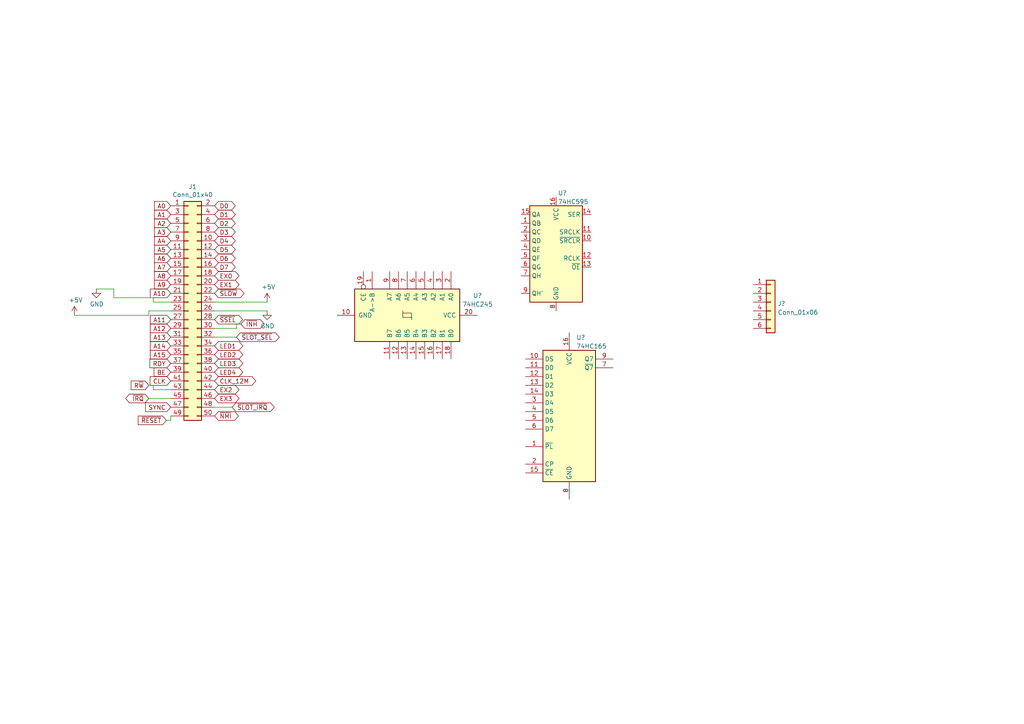
<source format=kicad_sch>
(kicad_sch (version 20211123) (generator eeschema)
  (paper "A4")
  (lib_symbols
    (symbol "74xx:74HC165"
      (property "Reference" "U" (at -7.62 19.05 0))
      (property "Value" "74HC165" (at -7.62 -21.59 0))
      (symbol "74HC165_1_0"
        (pin input line (at -12.7 -10.16 0) (length 5.08) (name "~{PL}") (number "1"))
        (pin input line (at -12.7 15.24 0) (length 5.08) (name "DS") (number "10"))
        (pin input line (at -12.7 12.7 0) (length 5.08) (name "D0") (number "11"))
        (pin input line (at -12.7 10.16 0) (length 5.08) (name "D1") (number "12"))
        (pin input line (at -12.7 7.62 0) (length 5.08) (name "D2") (number "13"))
        (pin input line (at -12.7 5.08 0) (length 5.08) (name "D3") (number "14"))
        (pin input line (at -12.7 -17.78 0) (length 5.08) (name "~{CE}") (number "15"))
        (pin power_in line (at 0 22.86 270) (length 5.08) (name "VCC") (number "16"))
        (pin input line (at -12.7 -15.24 0) (length 5.08) (name "CP") (number "2"))
        (pin input line (at -12.7 2.54 0) (length 5.08) (name "D4") (number "3"))
        (pin input line (at -12.7 0 0) (length 5.08) (name "D5") (number "4"))
        (pin input line (at -12.7 -2.54 0) (length 5.08) (name "D6") (number "5"))
        (pin input line (at -12.7 -5.08 0) (length 5.08) (name "D7") (number "6"))
        (pin output line (at 12.7 12.7 180) (length 5.08) (name "~{Q7}") (number "7"))
        (pin power_in line (at 0 -25.4 90) (length 5.08) (name "GND") (number "8"))
        (pin output line (at 12.7 15.24 180) (length 5.08) (name "Q7") (number "9"))
      )
      (symbol "74HC165_1_1"
        (rectangle (start -7.62 17.78) (end 7.62 -20.32) (stroke (width 0.254)) (fill (type background)))
      )
    )
    (symbol "74xx:74HC245" (pin_names (offset 1.016))
      (property "Reference" "U" (at -7.62 16.51 0))
      (property "Value" "74HC245" (at -7.62 -16.51 0))
      (symbol "74HC245_1_0"
        (polyline (pts (xy -0.635 -1.27) (xy -0.635 1.27) (xy 0.635 1.27)))
        (polyline (pts (xy -1.27 -1.27) (xy 0.635 -1.27) (xy 0.635 1.27) (xy 1.27 1.27)))
        (pin input line (at -12.7 -10.16 0) (length 5.08) (name "A->B") (number "1"))
        (pin power_in line (at 0 -20.32 90) (length 5.08) (name "GND") (number "10"))
        (pin tri_state line (at 12.7 -5.08 180) (length 5.08) (name "B7") (number "11"))
        (pin tri_state line (at 12.7 -2.54 180) (length 5.08) (name "B6") (number "12"))
        (pin tri_state line (at 12.7 0 180) (length 5.08) (name "B5") (number "13"))
        (pin tri_state line (at 12.7 2.54 180) (length 5.08) (name "B4") (number "14"))
        (pin tri_state line (at 12.7 5.08 180) (length 5.08) (name "B3") (number "15"))
        (pin tri_state line (at 12.7 7.62 180) (length 5.08) (name "B2") (number "16"))
        (pin tri_state line (at 12.7 10.16 180) (length 5.08) (name "B1") (number "17"))
        (pin tri_state line (at 12.7 12.7 180) (length 5.08) (name "B0") (number "18"))
        (pin input inverted (at -12.7 -12.7 0) (length 5.08) (name "CE") (number "19"))
        (pin tri_state line (at -12.7 12.7 0) (length 5.08) (name "A0") (number "2"))
        (pin power_in line (at 0 20.32 270) (length 5.08) (name "VCC") (number "20"))
        (pin tri_state line (at -12.7 10.16 0) (length 5.08) (name "A1") (number "3"))
        (pin tri_state line (at -12.7 7.62 0) (length 5.08) (name "A2") (number "4"))
        (pin tri_state line (at -12.7 5.08 0) (length 5.08) (name "A3") (number "5"))
        (pin tri_state line (at -12.7 2.54 0) (length 5.08) (name "A4") (number "6"))
        (pin tri_state line (at -12.7 0 0) (length 5.08) (name "A5") (number "7"))
        (pin tri_state line (at -12.7 -2.54 0) (length 5.08) (name "A6") (number "8"))
        (pin tri_state line (at -12.7 -5.08 0) (length 5.08) (name "A7") (number "9"))
      )
      (symbol "74HC245_1_1"
        (rectangle (start -7.62 15.24) (end 7.62 -15.24) (stroke (width 0.254)) (fill (type background)))
      )
    )
    (symbol "74xx:74HC595"
      (property "Reference" "U" (at -7.62 13.97 0))
      (property "Value" "74HC595" (at -7.62 -16.51 0))
      (symbol "74HC595_1_0"
        (pin tri_state line (at 10.16 7.62 180) (length 2.54) (name "QB") (number "1"))
        (pin input line (at -10.16 2.54 0) (length 2.54) (name "~{SRCLR}") (number "10"))
        (pin input line (at -10.16 5.08 0) (length 2.54) (name "SRCLK") (number "11"))
        (pin input line (at -10.16 -2.54 0) (length 2.54) (name "RCLK") (number "12"))
        (pin input line (at -10.16 -5.08 0) (length 2.54) (name "~{OE}") (number "13"))
        (pin input line (at -10.16 10.16 0) (length 2.54) (name "SER") (number "14"))
        (pin tri_state line (at 10.16 10.16 180) (length 2.54) (name "QA") (number "15"))
        (pin power_in line (at 0 15.24 270) (length 2.54) (name "VCC") (number "16"))
        (pin tri_state line (at 10.16 5.08 180) (length 2.54) (name "QC") (number "2"))
        (pin tri_state line (at 10.16 2.54 180) (length 2.54) (name "QD") (number "3"))
        (pin tri_state line (at 10.16 0 180) (length 2.54) (name "QE") (number "4"))
        (pin tri_state line (at 10.16 -2.54 180) (length 2.54) (name "QF") (number "5"))
        (pin tri_state line (at 10.16 -5.08 180) (length 2.54) (name "QG") (number "6"))
        (pin tri_state line (at 10.16 -7.62 180) (length 2.54) (name "QH") (number "7"))
        (pin power_in line (at 0 -17.78 90) (length 2.54) (name "GND") (number "8"))
        (pin output line (at 10.16 -12.7 180) (length 2.54) (name "QH'") (number "9"))
      )
      (symbol "74HC595_1_1"
        (rectangle (start -7.62 12.7) (end 7.62 -15.24) (stroke (width 0.254)) (fill (type background)))
      )
    )
    (symbol "Connector_Generic:Conn_01x06" (pin_names (offset 1.016) hide)
      (property "Reference" "J" (at 0 7.62 0))
      (property "Value" "Conn_01x06" (at 0 -10.16 0))
      (symbol "Conn_01x06_1_1"
        (rectangle (start -1.27 -7.493) (end 0 -7.747) (stroke (width 0.1524)))
        (rectangle (start -1.27 -4.953) (end 0 -5.207) (stroke (width 0.1524)))
        (rectangle (start -1.27 -2.413) (end 0 -2.667) (stroke (width 0.1524)))
        (rectangle (start -1.27 0.127) (end 0 -0.127) (stroke (width 0.1524)))
        (rectangle (start -1.27 2.667) (end 0 2.413) (stroke (width 0.1524)))
        (rectangle (start -1.27 5.207) (end 0 4.953) (stroke (width 0.1524)))
        (rectangle (start -1.27 6.35) (end 1.27 -8.89) (stroke (width 0.254)) (fill (type background)))
        (pin passive line (at -5.08 5.08 0) (length 3.81) (name "Pin_1") (number "1"))
        (pin passive line (at -5.08 2.54 0) (length 3.81) (name "Pin_2") (number "2"))
        (pin passive line (at -5.08 0 0) (length 3.81) (name "Pin_3") (number "3"))
        (pin passive line (at -5.08 -2.54 0) (length 3.81) (name "Pin_4") (number "4"))
        (pin passive line (at -5.08 -5.08 0) (length 3.81) (name "Pin_5") (number "5"))
        (pin passive line (at -5.08 -7.62 0) (length 3.81) (name "Pin_6") (number "6"))
      )
    )
    (symbol "Connector_Generic:Conn_02x25_Odd_Even" (pin_names (offset 1.016) hide)
      (property "Reference" "J" (at 1.27 33.02 0))
      (property "Value" "Conn_02x25_Odd_Even" (at 1.27 -33.02 0))
      (symbol "Conn_02x25_Odd_Even_1_1"
        (rectangle (start -1.27 -30.353) (end 0 -30.607) (stroke (width 0.1524)))
        (rectangle (start -1.27 -27.813) (end 0 -28.067) (stroke (width 0.1524)))
        (rectangle (start -1.27 -25.273) (end 0 -25.527) (stroke (width 0.1524)))
        (rectangle (start -1.27 -22.733) (end 0 -22.987) (stroke (width 0.1524)))
        (rectangle (start -1.27 -20.193) (end 0 -20.447) (stroke (width 0.1524)))
        (rectangle (start -1.27 -17.653) (end 0 -17.907) (stroke (width 0.1524)))
        (rectangle (start -1.27 -15.113) (end 0 -15.367) (stroke (width 0.1524)))
        (rectangle (start -1.27 -12.573) (end 0 -12.827) (stroke (width 0.1524)))
        (rectangle (start -1.27 -10.033) (end 0 -10.287) (stroke (width 0.1524)))
        (rectangle (start -1.27 -7.493) (end 0 -7.747) (stroke (width 0.1524)))
        (rectangle (start -1.27 -4.953) (end 0 -5.207) (stroke (width 0.1524)))
        (rectangle (start -1.27 -2.413) (end 0 -2.667) (stroke (width 0.1524)))
        (rectangle (start -1.27 0.127) (end 0 -0.127) (stroke (width 0.1524)))
        (rectangle (start -1.27 2.667) (end 0 2.413) (stroke (width 0.1524)))
        (rectangle (start -1.27 5.207) (end 0 4.953) (stroke (width 0.1524)))
        (rectangle (start -1.27 7.747) (end 0 7.493) (stroke (width 0.1524)))
        (rectangle (start -1.27 10.287) (end 0 10.033) (stroke (width 0.1524)))
        (rectangle (start -1.27 12.827) (end 0 12.573) (stroke (width 0.1524)))
        (rectangle (start -1.27 15.367) (end 0 15.113) (stroke (width 0.1524)))
        (rectangle (start -1.27 17.907) (end 0 17.653) (stroke (width 0.1524)))
        (rectangle (start -1.27 20.447) (end 0 20.193) (stroke (width 0.1524)))
        (rectangle (start -1.27 22.987) (end 0 22.733) (stroke (width 0.1524)))
        (rectangle (start -1.27 25.527) (end 0 25.273) (stroke (width 0.1524)))
        (rectangle (start -1.27 28.067) (end 0 27.813) (stroke (width 0.1524)))
        (rectangle (start -1.27 30.607) (end 0 30.353) (stroke (width 0.1524)))
        (rectangle (start -1.27 31.75) (end 3.81 -31.75) (stroke (width 0.254)) (fill (type background)))
        (rectangle (start 3.81 -30.353) (end 2.54 -30.607) (stroke (width 0.1524)))
        (rectangle (start 3.81 -27.813) (end 2.54 -28.067) (stroke (width 0.1524)))
        (rectangle (start 3.81 -25.273) (end 2.54 -25.527) (stroke (width 0.1524)))
        (rectangle (start 3.81 -22.733) (end 2.54 -22.987) (stroke (width 0.1524)))
        (rectangle (start 3.81 -20.193) (end 2.54 -20.447) (stroke (width 0.1524)))
        (rectangle (start 3.81 -17.653) (end 2.54 -17.907) (stroke (width 0.1524)))
        (rectangle (start 3.81 -15.113) (end 2.54 -15.367) (stroke (width 0.1524)))
        (rectangle (start 3.81 -12.573) (end 2.54 -12.827) (stroke (width 0.1524)))
        (rectangle (start 3.81 -10.033) (end 2.54 -10.287) (stroke (width 0.1524)))
        (rectangle (start 3.81 -7.493) (end 2.54 -7.747) (stroke (width 0.1524)))
        (rectangle (start 3.81 -4.953) (end 2.54 -5.207) (stroke (width 0.1524)))
        (rectangle (start 3.81 -2.413) (end 2.54 -2.667) (stroke (width 0.1524)))
        (rectangle (start 3.81 0.127) (end 2.54 -0.127) (stroke (width 0.1524)))
        (rectangle (start 3.81 2.667) (end 2.54 2.413) (stroke (width 0.1524)))
        (rectangle (start 3.81 5.207) (end 2.54 4.953) (stroke (width 0.1524)))
        (rectangle (start 3.81 7.747) (end 2.54 7.493) (stroke (width 0.1524)))
        (rectangle (start 3.81 10.287) (end 2.54 10.033) (stroke (width 0.1524)))
        (rectangle (start 3.81 12.827) (end 2.54 12.573) (stroke (width 0.1524)))
        (rectangle (start 3.81 15.367) (end 2.54 15.113) (stroke (width 0.1524)))
        (rectangle (start 3.81 17.907) (end 2.54 17.653) (stroke (width 0.1524)))
        (rectangle (start 3.81 20.447) (end 2.54 20.193) (stroke (width 0.1524)))
        (rectangle (start 3.81 22.987) (end 2.54 22.733) (stroke (width 0.1524)))
        (rectangle (start 3.81 25.527) (end 2.54 25.273) (stroke (width 0.1524)))
        (rectangle (start 3.81 28.067) (end 2.54 27.813) (stroke (width 0.1524)))
        (rectangle (start 3.81 30.607) (end 2.54 30.353) (stroke (width 0.1524)))
        (pin passive line (at -5.08 30.48 0) (length 3.81) (name "Pin_1") (number "1"))
        (pin passive line (at 7.62 20.32 180) (length 3.81) (name "Pin_10") (number "10"))
        (pin passive line (at -5.08 17.78 0) (length 3.81) (name "Pin_11") (number "11"))
        (pin passive line (at 7.62 17.78 180) (length 3.81) (name "Pin_12") (number "12"))
        (pin passive line (at -5.08 15.24 0) (length 3.81) (name "Pin_13") (number "13"))
        (pin passive line (at 7.62 15.24 180) (length 3.81) (name "Pin_14") (number "14"))
        (pin passive line (at -5.08 12.7 0) (length 3.81) (name "Pin_15") (number "15"))
        (pin passive line (at 7.62 12.7 180) (length 3.81) (name "Pin_16") (number "16"))
        (pin passive line (at -5.08 10.16 0) (length 3.81) (name "Pin_17") (number "17"))
        (pin passive line (at 7.62 10.16 180) (length 3.81) (name "Pin_18") (number "18"))
        (pin passive line (at -5.08 7.62 0) (length 3.81) (name "Pin_19") (number "19"))
        (pin passive line (at 7.62 30.48 180) (length 3.81) (name "Pin_2") (number "2"))
        (pin passive line (at 7.62 7.62 180) (length 3.81) (name "Pin_20") (number "20"))
        (pin passive line (at -5.08 5.08 0) (length 3.81) (name "Pin_21") (number "21"))
        (pin passive line (at 7.62 5.08 180) (length 3.81) (name "Pin_22") (number "22"))
        (pin passive line (at -5.08 2.54 0) (length 3.81) (name "Pin_23") (number "23"))
        (pin passive line (at 7.62 2.54 180) (length 3.81) (name "Pin_24") (number "24"))
        (pin passive line (at -5.08 0 0) (length 3.81) (name "Pin_25") (number "25"))
        (pin passive line (at 7.62 0 180) (length 3.81) (name "Pin_26") (number "26"))
        (pin passive line (at -5.08 -2.54 0) (length 3.81) (name "Pin_27") (number "27"))
        (pin passive line (at 7.62 -2.54 180) (length 3.81) (name "Pin_28") (number "28"))
        (pin passive line (at -5.08 -5.08 0) (length 3.81) (name "Pin_29") (number "29"))
        (pin passive line (at -5.08 27.94 0) (length 3.81) (name "Pin_3") (number "3"))
        (pin passive line (at 7.62 -5.08 180) (length 3.81) (name "Pin_30") (number "30"))
        (pin passive line (at -5.08 -7.62 0) (length 3.81) (name "Pin_31") (number "31"))
        (pin passive line (at 7.62 -7.62 180) (length 3.81) (name "Pin_32") (number "32"))
        (pin passive line (at -5.08 -10.16 0) (length 3.81) (name "Pin_33") (number "33"))
        (pin passive line (at 7.62 -10.16 180) (length 3.81) (name "Pin_34") (number "34"))
        (pin passive line (at -5.08 -12.7 0) (length 3.81) (name "Pin_35") (number "35"))
        (pin passive line (at 7.62 -12.7 180) (length 3.81) (name "Pin_36") (number "36"))
        (pin passive line (at -5.08 -15.24 0) (length 3.81) (name "Pin_37") (number "37"))
        (pin passive line (at 7.62 -15.24 180) (length 3.81) (name "Pin_38") (number "38"))
        (pin passive line (at -5.08 -17.78 0) (length 3.81) (name "Pin_39") (number "39"))
        (pin passive line (at 7.62 27.94 180) (length 3.81) (name "Pin_4") (number "4"))
        (pin passive line (at 7.62 -17.78 180) (length 3.81) (name "Pin_40") (number "40"))
        (pin passive line (at -5.08 -20.32 0) (length 3.81) (name "Pin_41") (number "41"))
        (pin passive line (at 7.62 -20.32 180) (length 3.81) (name "Pin_42") (number "42"))
        (pin passive line (at -5.08 -22.86 0) (length 3.81) (name "Pin_43") (number "43"))
        (pin passive line (at 7.62 -22.86 180) (length 3.81) (name "Pin_44") (number "44"))
        (pin passive line (at -5.08 -25.4 0) (length 3.81) (name "Pin_45") (number "45"))
        (pin passive line (at 7.62 -25.4 180) (length 3.81) (name "Pin_46") (number "46"))
        (pin passive line (at -5.08 -27.94 0) (length 3.81) (name "Pin_47") (number "47"))
        (pin passive line (at 7.62 -27.94 180) (length 3.81) (name "Pin_48") (number "48"))
        (pin passive line (at -5.08 -30.48 0) (length 3.81) (name "Pin_49") (number "49"))
        (pin passive line (at -5.08 25.4 0) (length 3.81) (name "Pin_5") (number "5"))
        (pin passive line (at 7.62 -30.48 180) (length 3.81) (name "Pin_50") (number "50"))
        (pin passive line (at 7.62 25.4 180) (length 3.81) (name "Pin_6") (number "6"))
        (pin passive line (at -5.08 22.86 0) (length 3.81) (name "Pin_7") (number "7"))
        (pin passive line (at 7.62 22.86 180) (length 3.81) (name "Pin_8") (number "8"))
        (pin passive line (at -5.08 20.32 0) (length 3.81) (name "Pin_9") (number "9"))
      )
    )
    (symbol "power:+5V" (power) (pin_names (offset 0))
      (property "Value" "+5V" (at 0 3.556 0))
      (symbol "+5V_0_1"
        (polyline (pts (xy -0.762 1.27) (xy 0 2.54)))
        (polyline (pts (xy 0 0) (xy 0 2.54)))
        (polyline (pts (xy 0 2.54) (xy 0.762 1.27)))
      )
      (symbol "+5V_1_1"
        (pin power_in line (at 0 0 90) (length 0) hide (name "+5V") (number "1"))
      )
    )
    (symbol "power:GND" (power) (pin_names (offset 0))
      (property "Value" "GND" (at 0 -3.81 0))
      (symbol "GND_0_1"
        (polyline (pts (xy 0 0) (xy 0 -1.27) (xy 1.27 -1.27) (xy 0 -2.54) (xy -1.27 -1.27) (xy 0 -1.27)))
      )
      (symbol "GND_1_1"
        (pin power_in line (at 0 0 270) (length 0) hide (name "GND") (number "1"))
      )
    )
  )
  (wire (pts (xy 44.45 113.03) (xy 49.53 113.03)))
  (wire (pts (xy 43.18 115.57) (xy 49.53 115.57)))
  (wire (pts (xy 49.53 90.17) (xy 43.18 90.17)))
  (wire (pts (xy 68.58 95.25) (xy 62.23 95.25)))
  (wire (pts (xy 44.45 87.63) (xy 44.45 86.36)))
  (wire (pts (xy 67.31 118.11) (xy 62.23 118.11)))
  (wire (pts (xy 69.85 93.98) (xy 68.58 93.98)))
  (wire (pts (xy 68.58 97.79) (xy 62.23 97.79)))
  (wire (pts (xy 48.26 121.92) (xy 49.53 121.92)))
  (wire (pts (xy 33.02 86.36) (xy 44.45 86.36)))
  (wire (pts (xy 43.18 111.76) (xy 44.45 111.76)))
  (wire (pts (xy 49.53 121.92) (xy 49.53 120.65)))
  (wire (pts (xy 44.45 111.76) (xy 44.45 113.03)))
  (wire (pts (xy 33.02 86.36) (xy 33.02 83.82)))
  (wire (pts (xy 44.45 87.63) (xy 49.53 87.63)))
  (wire (pts (xy 43.18 91.44) (xy 43.18 90.17)))
  (wire (pts (xy 62.23 87.63) (xy 77.47 87.63)))
  (wire (pts (xy 33.02 83.82) (xy 27.94 83.82)))
  (wire (pts (xy 68.58 93.98) (xy 68.58 95.25)))
  (wire (pts (xy 62.23 90.17) (xy 77.47 90.17)))
  (wire (pts (xy 21.59 91.44) (xy 43.18 91.44)))
  (global_label "A7" (shape input) (at 49.53 77.47 180) (property "Intersheet References" "${INTERSHEET_REFS}" (effects hide)))
  (global_label "~{SSEL}" (shape bidirectional) (at 62.23 92.71 0) (property "Intersheet References" "${INTERSHEET_REFS}" (effects hide)))
  (global_label "CLK_12M" (shape bidirectional) (at 62.23 110.49 0) (property "Intersheet References" "${INTERSHEET_REFS}" (effects hide)))
  (global_label "A13" (shape input) (at 49.53 97.79 180) (property "Intersheet References" "${INTERSHEET_REFS}" (effects hide)))
  (global_label "EX3" (shape bidirectional) (at 62.23 115.57 0) (property "Intersheet References" "${INTERSHEET_REFS}" (effects hide)))
  (global_label "A0" (shape input) (at 49.53 59.69 180) (property "Intersheet References" "${INTERSHEET_REFS}" (effects hide)))
  (global_label "D1" (shape bidirectional) (at 62.23 62.23 0) (property "Intersheet References" "${INTERSHEET_REFS}" (effects hide)))
  (global_label "A4" (shape input) (at 49.53 69.85 180) (property "Intersheet References" "${INTERSHEET_REFS}" (effects hide)))
  (global_label "D2" (shape bidirectional) (at 62.23 64.77 0) (property "Intersheet References" "${INTERSHEET_REFS}" (effects hide)))
  (global_label "~{SLOT_SEL}" (shape bidirectional) (at 68.58 97.79 0) (property "Intersheet References" "${INTERSHEET_REFS}" (effects hide)))
  (global_label "EX2" (shape bidirectional) (at 62.23 113.03 0) (property "Intersheet References" "${INTERSHEET_REFS}" (effects hide)))
  (global_label "R~{W}" (shape input) (at 43.18 111.76 180) (property "Intersheet References" "${INTERSHEET_REFS}" (effects hide)))
  (global_label "LED1" (shape bidirectional) (at 62.23 100.33 0) (property "Intersheet References" "${INTERSHEET_REFS}" (effects hide)))
  (global_label "LED3" (shape bidirectional) (at 62.23 105.41 0) (property "Intersheet References" "${INTERSHEET_REFS}" (effects hide)))
  (global_label "A14" (shape input) (at 49.53 100.33 180) (property "Intersheet References" "${INTERSHEET_REFS}" (effects hide)))
  (global_label "EX1" (shape bidirectional) (at 62.23 82.55 0) (property "Intersheet References" "${INTERSHEET_REFS}" (effects hide)))
  (global_label "~{IRQ}" (shape bidirectional) (at 43.18 115.57 180) (property "Intersheet References" "${INTERSHEET_REFS}" (effects hide)))
  (global_label "A3" (shape input) (at 49.53 67.31 180) (property "Intersheet References" "${INTERSHEET_REFS}" (effects hide)))
  (global_label "D5" (shape bidirectional) (at 62.23 72.39 0) (property "Intersheet References" "${INTERSHEET_REFS}" (effects hide)))
  (global_label "A2" (shape input) (at 49.53 64.77 180) (property "Intersheet References" "${INTERSHEET_REFS}" (effects hide)))
  (global_label "A5" (shape input) (at 49.53 72.39 180) (property "Intersheet References" "${INTERSHEET_REFS}" (effects hide)))
  (global_label "A15" (shape input) (at 49.53 102.87 180) (property "Intersheet References" "${INTERSHEET_REFS}" (effects hide)))
  (global_label "SYNC" (shape input) (at 49.53 118.11 180) (property "Intersheet References" "${INTERSHEET_REFS}" (effects hide)))
  (global_label "CLK" (shape input) (at 49.53 110.49 180) (property "Intersheet References" "${INTERSHEET_REFS}" (effects hide)))
  (global_label "~{RESET}" (shape input) (at 48.26 121.92 180) (property "Intersheet References" "${INTERSHEET_REFS}" (effects hide)))
  (global_label "D7" (shape bidirectional) (at 62.23 77.47 0) (property "Intersheet References" "${INTERSHEET_REFS}" (effects hide)))
  (global_label "RDY" (shape input) (at 49.53 105.41 180) (property "Intersheet References" "${INTERSHEET_REFS}" (effects hide)))
  (global_label "~{NMI}" (shape bidirectional) (at 62.23 120.65 0) (property "Intersheet References" "${INTERSHEET_REFS}" (effects hide)))
  (global_label "A9" (shape input) (at 49.53 82.55 180) (property "Intersheet References" "${INTERSHEET_REFS}" (effects hide)))
  (global_label "D0" (shape bidirectional) (at 62.23 59.69 0) (property "Intersheet References" "${INTERSHEET_REFS}" (effects hide)))
  (global_label "~{SLOW}" (shape bidirectional) (at 62.23 85.09 0) (property "Intersheet References" "${INTERSHEET_REFS}" (effects hide)))
  (global_label "A6" (shape input) (at 49.53 74.93 180) (property "Intersheet References" "${INTERSHEET_REFS}" (effects hide)))
  (global_label "D3" (shape bidirectional) (at 62.23 67.31 0) (property "Intersheet References" "${INTERSHEET_REFS}" (effects hide)))
  (global_label "A10" (shape input) (at 49.53 85.09 180) (property "Intersheet References" "${INTERSHEET_REFS}" (effects hide)))
  (global_label "~{SLOT_IRQ}" (shape bidirectional) (at 67.31 118.11 0) (property "Intersheet References" "${INTERSHEET_REFS}" (effects hide)))
  (global_label "LED2" (shape bidirectional) (at 62.23 102.87 0) (property "Intersheet References" "${INTERSHEET_REFS}" (effects hide)))
  (global_label "D4" (shape bidirectional) (at 62.23 69.85 0) (property "Intersheet References" "${INTERSHEET_REFS}" (effects hide)))
  (global_label "EX0" (shape bidirectional) (at 62.23 80.01 0) (property "Intersheet References" "${INTERSHEET_REFS}" (effects hide)))
  (global_label "A1" (shape input) (at 49.53 62.23 180) (property "Intersheet References" "${INTERSHEET_REFS}" (effects hide)))
  (global_label "A12" (shape input) (at 49.53 95.25 180) (property "Intersheet References" "${INTERSHEET_REFS}" (effects hide)))
  (global_label "~{INH}" (shape bidirectional) (at 69.85 93.98 0) (property "Intersheet References" "${INTERSHEET_REFS}" (effects hide)))
  (global_label "LED4" (shape bidirectional) (at 62.23 107.95 0) (property "Intersheet References" "${INTERSHEET_REFS}" (effects hide)))
  (global_label "BE" (shape input) (at 49.53 107.95 180) (property "Intersheet References" "${INTERSHEET_REFS}" (effects hide)))
  (global_label "A11" (shape input) (at 49.53 92.71 180) (property "Intersheet References" "${INTERSHEET_REFS}" (effects hide)))
  (global_label "A8" (shape input) (at 49.53 80.01 180) (property "Intersheet References" "${INTERSHEET_REFS}" (effects hide)))
  (global_label "D6" (shape bidirectional) (at 62.23 74.93 0) (property "Intersheet References" "${INTERSHEET_REFS}" (effects hide)))
  (symbol (lib_id "Connector_Generic:Conn_02x25_Odd_Even") (at 54.61 90.17 0) (unit 1)
    (property "Reference" "J1" (at 55.88 54.1782 0))
    (property "Value" "Conn_01x40" (at 55.88 56.4896 0))
    (property "Footprint" "Connector_PinHeader_2.54mm:PinHeader_2x25_P2.54mm_Horizontal" (effects hide))
  )
  (symbol (lib_id "power:+5V") (at 77.47 87.63 0) (unit 1)
    (property "Reference" "#PWR0101" (effects hide))
    (property "Value" "+5V" (at 77.851 83.2358 0))
  )
  (symbol (lib_id "power:+5V") (at 21.59 91.44 0) (unit 1)
    (property "Reference" "#PWR0102" (effects hide))
    (property "Value" "+5V" (at 21.971 87.0458 0))
  )
  (symbol (lib_id "power:GND") (at 77.47 90.17 0) (unit 1)
    (property "Reference" "#PWR0103" (effects hide))
    (property "Value" "GND" (at 77.597 94.5642 0))
  )
  (symbol (lib_id "power:GND") (at 27.94 83.82 0) (unit 1)
    (property "Reference" "#PWR0104" (effects hide))
    (property "Value" "GND" (at 28.067 88.2142 0))
  )
  (symbol (lib_id "74xx:74HC245") (at 118.11 91.44 270) (unit 1)
    (property "Reference" "U?" (at 138.5154 85.7335 90))
    (property "Value" "74HC245" (at 138.5154 88.2704 90))
    (property "Datasheet" "http://www.ti.com/lit/gpn/sn74HC245" (effects hide))
  )
  (symbol (lib_id "Connector_Generic:Conn_01x06") (at 223.52 87.63 0) (unit 1)
    (property "Reference" "J?" (at 225.552 88.0653 0) (effects (justify left)))
    (property "Value" "Conn_01x06" (at 225.552 90.6022 0) (effects (justify left)))
  )
  (symbol (lib_id "74xx:74HC595") (at 161.29 72.39 0) (mirror y) (unit 1)
    (property "Reference" "U?" (at 161.8106 55.9902 0) (effects (justify right)))
    (property "Value" "74HC595" (at 161.8106 58.5271 0) (effects (justify right)))
    (property "Datasheet" "http://www.ti.com/lit/ds/symlink/sn74hc595.pdf" (effects hide))
  )
  (symbol (lib_id "74xx:74HC165") (at 165.1 119.38 0) (unit 1)
    (property "Reference" "U?" (at 167.1194 97.9002 0) (effects (justify left)))
    (property "Value" "74HC165" (at 167.1194 100.4371 0) (effects (justify left)))
    (property "Datasheet" "https://assets.nexperia.com/documents/data-sheet/74HC_HCT165.pdf" (effects hide))
  )
)
</source>
